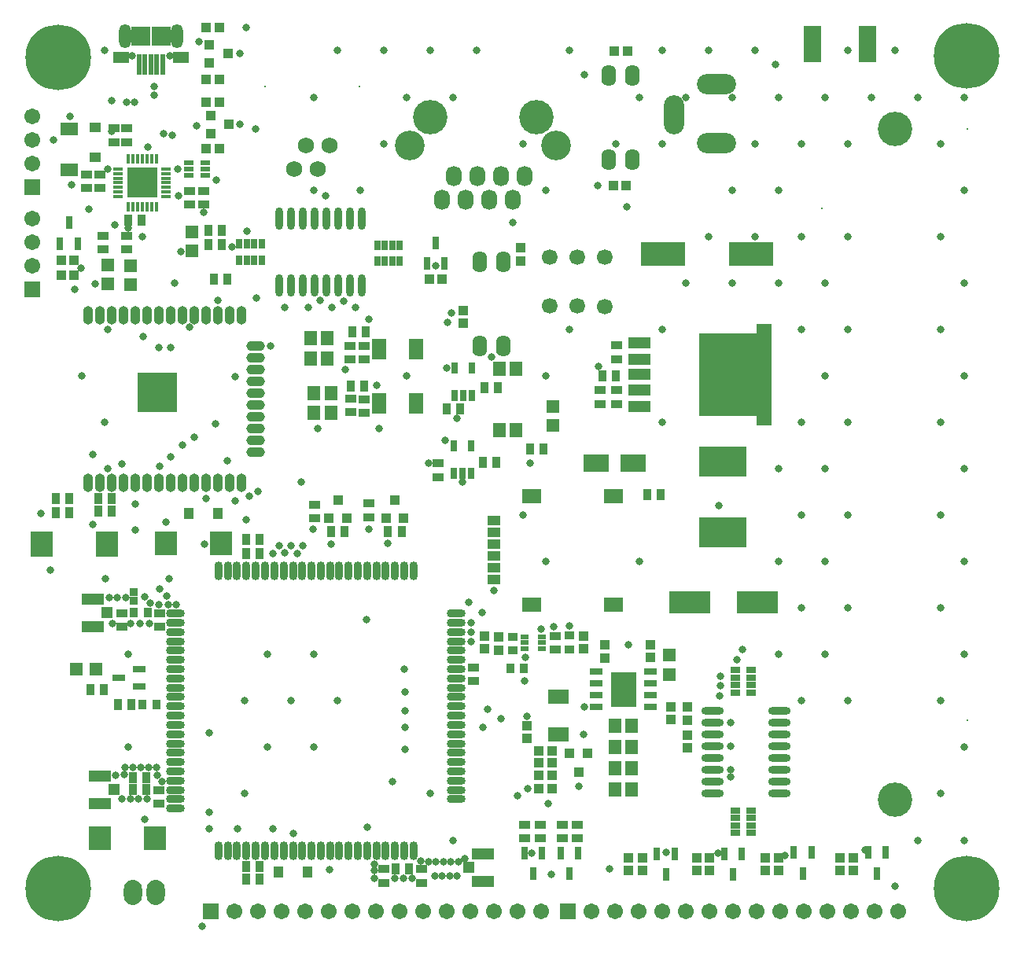
<source format=gts>
%FSTAX23Y23*%
%MOIN*%
%SFA1B1*%

%IPPOS*%
%ADD70R,0.074930X0.057210*%
%ADD71R,0.043430X0.018000*%
%ADD72R,0.018000X0.043430*%
%ADD73R,0.045400X0.043430*%
%ADD74O,0.043000X0.078000*%
%ADD75O,0.078000X0.043000*%
%ADD76R,0.165500X0.165500*%
%ADD77R,0.037530X0.047370*%
%ADD78R,0.130050X0.130050*%
%ADD79R,0.023750X0.090680*%
%ADD80R,0.067060X0.047370*%
%ADD81R,0.082800X0.082800*%
%ADD82R,0.047370X0.037530*%
%ADD83R,0.043430X0.023750*%
%ADD84R,0.025720X0.043430*%
%ADD85O,0.095830X0.031700*%
%ADD86R,0.094910X0.101540*%
%ADD87R,0.043430X0.025720*%
%ADD88R,0.029650X0.047370*%
%ADD89O,0.078870X0.035560*%
%ADD90O,0.035560X0.078870*%
%ADD91R,0.031620X0.053280*%
%ADD92R,0.043430X0.039500*%
%ADD93R,0.039500X0.043430*%
%ADD94R,0.074800X0.153540*%
%ADD95R,0.039500X0.043430*%
%ADD96R,0.043430X0.039500*%
%ADD97R,0.093040X0.050130*%
%ADD98R,0.055240X0.055240*%
%ADD99R,0.173350X0.094610*%
%ADD100R,0.063120X0.086740*%
%ADD101R,0.055240X0.063120*%
%ADD102R,0.055240X0.055240*%
%ADD103R,0.094910X0.110050*%
%ADD104R,0.106420X0.145790*%
%ADD105R,0.055240X0.031620*%
%ADD106R,0.086740X0.063120*%
%ADD107O,0.063120X0.090680*%
%ADD108R,0.043430X0.045400*%
%ADD109R,0.094610X0.049340*%
%ADD110R,0.049340X0.047370*%
%ADD111R,0.033980X0.032410*%
%ADD112R,0.035560X0.043430*%
%ADD113R,0.043430X0.035560*%
%ADD114R,0.204850X0.126110*%
%ADD115R,0.106420X0.074930*%
%ADD116R,0.191070X0.098550*%
%ADD117O,0.031700X0.095830*%
%ADD118R,0.035560X0.024540*%
%ADD119R,0.078870X0.059180*%
%ADD120R,0.055240X0.043430*%
%ADD121R,0.053280X0.031620*%
%ADD122C,0.031620*%
%ADD123O,0.051310X0.102490*%
%ADD124R,0.008000X0.008000*%
%ADD125C,0.145800*%
%ADD126C,0.278000*%
%ADD127O,0.076900X0.106420*%
%ADD128C,0.066580*%
%ADD129R,0.067060X0.067060*%
%ADD130C,0.067060*%
%ADD131O,0.165480X0.086740*%
%ADD132O,0.086740X0.165480*%
%ADD133C,0.126110*%
%ADD134O,0.067060X0.086740*%
%ADD135C,0.068000*%
%ADD136C,0.008000*%
%ADD137R,0.067060X0.067060*%
%LNesp_gsm_iot-1*%
%LPD*%
G36*
X03199Y02138D02*
X03134D01*
Y02179*
X0289*
Y0253*
X03134*
Y02571*
X03199*
Y02138*
G37*
G54D70*
X0022Y03396D03*
Y03223D03*
G54D71*
X00428Y03227D03*
X00632D03*
Y03207D03*
Y03187D03*
Y03168D03*
Y03148D03*
Y03128D03*
Y03108D03*
X00428D03*
Y03128D03*
Y03148D03*
Y03168D03*
Y03187D03*
Y03207D03*
G54D72*
X00471Y0327D03*
X0059Y03066D03*
X0057D03*
X0055D03*
X0053D03*
X00511D03*
X00491D03*
X00471D03*
X00491Y0327D03*
X00511D03*
X0053D03*
X0055D03*
X0057D03*
X0059D03*
G54D73*
X0033Y03402D03*
Y03277D03*
G54D74*
X00301Y02606D03*
X00351D03*
X00401D03*
X00451D03*
X00501D03*
X00551D03*
X00601D03*
X00651D03*
X00701D03*
X00751D03*
X00801D03*
X00851D03*
X00901D03*
X00951D03*
Y01897D03*
X00901D03*
X00851D03*
X00801D03*
X00751D03*
X00701D03*
X00651D03*
X00601D03*
X00551D03*
X00501D03*
X00451D03*
X00401D03*
X00351D03*
X00301D03*
G54D75*
X01012Y02476D03*
Y02426D03*
Y02376D03*
Y02326D03*
Y02276D03*
Y02226D03*
Y02176D03*
Y02126D03*
Y02076D03*
Y02026D03*
G54D76*
X00595Y0228D03*
G54D77*
X00471Y0301D03*
X00528D03*
X02038Y023D03*
X01981D03*
X01331Y0169D03*
X01388D03*
X01027Y01595D03*
X0097D03*
X02176Y0204D03*
X02233D03*
X01416Y02307D03*
X01473D03*
X00811Y02905D03*
X00868D03*
X00427Y00955D03*
X00484D03*
X00223Y0183D03*
X00166D03*
X00223Y0177D03*
X00166D03*
X00403Y0183D03*
X00346D03*
X0163Y0169D03*
X01573D03*
X01421Y02535D03*
X01478D03*
X01878Y0221D03*
X01821D03*
X01976Y01983D03*
X02033D03*
X00548Y00645D03*
X00491D03*
Y00595D03*
X00548D03*
X01606Y0026D03*
X01663D03*
X02481Y0235D03*
X02538D03*
X02671Y01845D03*
X02728D03*
X00346Y01775D03*
X00403D03*
X00311Y0102D03*
X00368D03*
X00971Y00215D03*
X01028D03*
X0097Y01655D03*
X01027D03*
X00971Y0027D03*
X01028D03*
X00836Y0276D03*
X00893D03*
X00811Y02965D03*
X00868D03*
G54D78*
X0053Y03168D03*
G54D79*
X00568Y03669D03*
X00593D03*
X00619D03*
X00542D03*
X00517D03*
G54D80*
X00694Y03701D03*
X00442D03*
G54D81*
X00611Y0379D03*
X00525D03*
G54D82*
X00465Y03341D03*
Y03398D03*
X0041D03*
Y03341D03*
X0079Y03076D03*
Y03133D03*
X0126Y01745D03*
Y01802D03*
X01555Y00258D03*
Y00201D03*
X01415Y02253D03*
Y02196D03*
X0147Y0225D03*
Y02193D03*
X00295Y03146D03*
Y03203D03*
X0035Y03146D03*
Y03203D03*
X00365Y02885D03*
Y02942D03*
X00465Y02885D03*
Y02942D03*
X01492Y01808D03*
Y01751D03*
X0141Y02477D03*
Y0242D03*
X0147Y02477D03*
Y0242D03*
X01785Y01978D03*
Y01921D03*
X0231Y00389D03*
Y00446D03*
X02217Y00389D03*
Y00446D03*
X02152Y00389D03*
Y00446D03*
X01715Y00201D03*
Y00258D03*
X0228Y0119D03*
Y01247D03*
X0254Y02231D03*
Y02288D03*
X0247Y02231D03*
Y02288D03*
X0254Y02421D03*
Y02478D03*
X006Y00593D03*
Y00536D03*
X00445Y01343D03*
Y01286D03*
X00605Y01343D03*
Y01286D03*
X01935Y01113D03*
Y01056D03*
X02374Y00446D03*
Y00389D03*
X0073Y03133D03*
Y03076D03*
G54D83*
X00727Y03253D03*
X00797D03*
Y03227D03*
Y03201D03*
X00727D03*
Y03227D03*
G54D84*
X0159Y02903D03*
X01622D03*
X01527D03*
X01559D03*
Y02836D03*
X01527D03*
X01622D03*
X0159D03*
X01005Y02908D03*
X01037D03*
X00942D03*
X00974D03*
Y02841D03*
X00942D03*
X01037D03*
X01005D03*
G54D85*
X02949Y0093D03*
Y0088D03*
Y0083D03*
Y0078D03*
Y0073D03*
Y0068D03*
Y0063D03*
Y0058D03*
X0323Y0093D03*
Y0088D03*
Y0083D03*
Y0078D03*
Y0073D03*
Y0068D03*
Y0063D03*
Y0058D03*
G54D86*
X00353Y0039D03*
X00586D03*
X00631Y0164D03*
X00864D03*
G54D87*
X03113Y01039D03*
Y01007D03*
Y01102D03*
Y0107D03*
X03046D03*
Y01102D03*
Y01007D03*
Y01039D03*
X03111Y00444D03*
Y00413D03*
Y00507D03*
Y00476D03*
X03044D03*
Y00507D03*
Y00413D03*
Y00444D03*
G54D88*
X01851Y01936D03*
X01889D03*
X01926D03*
Y02054D03*
X01851D03*
X01854Y02384D03*
X01929D03*
Y02265D03*
X01891D03*
X01854D03*
G54D89*
X00673Y00516D03*
Y01342D03*
X01862Y01342D03*
X00673Y00555D03*
Y00594D03*
Y00634D03*
Y00673D03*
Y00712D03*
Y00752D03*
Y00791D03*
Y00831D03*
Y0087D03*
Y00909D03*
Y00949D03*
Y00988D03*
Y01027D03*
Y01067D03*
Y01106D03*
Y01146D03*
Y01185D03*
Y01224D03*
Y01264D03*
Y01303D03*
X01862D03*
Y01264D03*
Y01224D03*
Y01185D03*
Y01146D03*
Y01106D03*
Y01067D03*
Y01027D03*
Y00988D03*
Y00949D03*
Y00909D03*
Y0087D03*
Y00831D03*
Y00791D03*
Y00752D03*
Y00712D03*
Y00673D03*
Y00634D03*
Y00594D03*
Y00555D03*
G54D90*
X01681Y01523D03*
X00855D03*
Y00335D03*
X01681D03*
X01642D03*
X01603D03*
X01563D03*
X01524D03*
X01484D03*
X01445D03*
X01406D03*
X01366D03*
X01327D03*
X01288D03*
X01248D03*
X01209D03*
X0117D03*
X0113D03*
X01091D03*
X01051D03*
X01012D03*
X00973D03*
X00933D03*
X00894D03*
Y01523D03*
X00933D03*
X00973D03*
X01012D03*
X01051D03*
X01091D03*
X0113D03*
X0117D03*
X01209D03*
X01248D03*
X01288D03*
X01327D03*
X01366D03*
X01406D03*
X01445D03*
X01484D03*
X01524D03*
X01563D03*
X01603D03*
X01642D03*
G54D91*
X02379Y00326D03*
X02305D03*
X02342Y00238D03*
X02787Y00324D03*
X02712D03*
X0275Y00235D03*
X01775Y02914D03*
X01812Y02825D03*
X01737D03*
X0333Y0024D03*
X03292Y00329D03*
X03367D03*
X03646Y0024D03*
X03608Y00329D03*
X03683D03*
X03035Y00235D03*
X02997Y00324D03*
X03072D03*
X0022Y02999D03*
X00257Y0291D03*
X00182D03*
X02224Y00326D03*
X0215D03*
X02187Y00238D03*
G54D92*
X0204Y01242D03*
Y01187D03*
X024Y01192D03*
Y01247D03*
X0198D03*
Y01192D03*
X0189Y02572D03*
Y02627D03*
X0216Y00867D03*
Y00812D03*
X02685Y01155D03*
Y0121D03*
X0277Y00892D03*
Y00947D03*
X0284Y00772D03*
Y00827D03*
X0249Y0121D03*
Y01154D03*
X0284Y0089D03*
Y00945D03*
X02135Y02837D03*
Y02892D03*
X03545Y00252D03*
Y00307D03*
X03488Y00252D03*
Y00307D03*
X03228Y00252D03*
Y00307D03*
X03172Y00252D03*
Y00307D03*
X02935Y00252D03*
Y00307D03*
X0288Y00252D03*
Y00307D03*
X0265Y00252D03*
Y00307D03*
X0259Y00252D03*
Y00307D03*
G54D93*
X0136Y01824D03*
X01397Y01745D03*
X01322D03*
X01564D03*
X01639D03*
X01601Y01824D03*
X0238Y0067D03*
X02342Y00749D03*
X02417D03*
G54D94*
X03373Y03755D03*
X03606D03*
G54D95*
X00802Y0351D03*
X00857D03*
X00802Y03313D03*
X00857D03*
Y03825D03*
X00802D03*
Y03606D03*
X00857D03*
X02267Y006D03*
X02212D03*
Y00655D03*
X02267D03*
X02212Y0076D03*
X02267D03*
X02212Y0071D03*
X02267D03*
X00242Y02775D03*
X00187D03*
X00242Y0284D03*
X00187D03*
X02582Y03155D03*
X02527D03*
X02587Y03725D03*
X02532D03*
X01802Y02761D03*
X01747D03*
G54D96*
X00815Y03752D03*
Y03677D03*
X00894Y03715D03*
X00899Y03415D03*
X0082Y03377D03*
Y03452D03*
G54D97*
X02638Y02488D03*
Y02421D03*
Y02355D03*
Y02288D03*
Y02221D03*
G54D98*
X0074Y02961D03*
Y02878D03*
X0227Y02138D03*
Y02221D03*
X0048Y02735D03*
Y02817D03*
X00385Y02738D03*
Y02821D03*
X02765Y01166D03*
Y01083D03*
G54D99*
X03138Y0139D03*
X02851D03*
G54D100*
X01536Y02232D03*
X01693D03*
X01536Y02464D03*
X01693D03*
G54D101*
X0133Y02192D03*
X01259D03*
X0133Y02277D03*
X01259D03*
X01316Y02511D03*
X01245D03*
X01315Y02422D03*
X01244D03*
X02044Y0238D03*
X02115D03*
X02044Y0212D03*
X02115D03*
X02534Y00595D03*
X02605D03*
X02534Y00685D03*
X02605D03*
X02534Y00775D03*
X02605D03*
X02535Y00865D03*
X02605D03*
G54D102*
X00253Y01105D03*
X00336D03*
G54D103*
X00383Y01635D03*
X00106D03*
G54D104*
X0257Y0102D03*
G54D105*
X02455Y00945D03*
Y00995D03*
Y01045D03*
Y01095D03*
X02684D03*
Y01045D03*
Y00995D03*
Y00945D03*
G54D106*
X02295Y00988D03*
Y00831D03*
G54D107*
X0206Y02834D03*
X0196D03*
X0206Y02475D03*
X0196D03*
X02508Y03265D03*
X02608D03*
X02508Y03624D03*
X02608D03*
G54D108*
X01107Y00245D03*
X01232D03*
X00852Y01765D03*
X00727D03*
G54D109*
X0035Y00653D03*
Y00536D03*
X01975Y00206D03*
Y00323D03*
X0032Y01286D03*
Y01403D03*
G54D110*
X0041Y00595D03*
X01914Y00265D03*
X0038Y01345D03*
G54D111*
X00495Y01434D03*
Y01395D03*
G54D112*
X02149Y0111D03*
X0209D03*
X0059Y00955D03*
X0053D03*
X00495Y01345D03*
X00554D03*
G54D113*
X021Y01244D03*
Y01185D03*
X0234Y01189D03*
Y01248D03*
G54D114*
X0299Y01687D03*
X0299Y01985D03*
G54D115*
X02613Y0198D03*
X02456D03*
G54D116*
X03112Y02865D03*
X02737D03*
G54D117*
X0146Y03015D03*
X0141D03*
X0136D03*
X0131D03*
X0126D03*
X0121D03*
X0116D03*
X0111D03*
X0146Y02734D03*
X0141D03*
X0136D03*
X0131D03*
X0126D03*
X0121D03*
X0116D03*
X0111D03*
G54D118*
X02153Y01244D03*
X02226D03*
Y01218D03*
Y01193D03*
X02153D03*
Y01218D03*
G54D119*
X02182Y0184D03*
X02528D03*
Y01379D03*
X02182D03*
G54D120*
X02021Y01735D03*
Y01685D03*
Y01635D03*
Y01585D03*
Y01535D03*
Y01485D03*
G54D121*
X00519Y01032D03*
Y01107D03*
X0043Y0107D03*
G54D122*
X00489Y03707D03*
X00647D03*
X00659Y03369D03*
X0062Y03375D03*
X0058Y0354D03*
X00582Y03577D03*
X00497Y0351D03*
X00466D03*
X004Y03515D03*
X00385Y03225D03*
X006Y0138D03*
X01995Y00935D03*
X01975Y0086D03*
X0205Y00895D03*
X004Y03385D03*
X01285Y0267D03*
X01385Y02665D03*
X01308Y03113D03*
X00974Y02962D03*
X02979Y00992D03*
X0298Y01035D03*
Y01075D03*
X0305Y01146D03*
X04015Y03531D03*
X03916Y03334D03*
X04015Y03137D03*
X03916Y0294D03*
X04015Y02744D03*
X03916Y02547D03*
X04015Y0235D03*
X03916Y02153D03*
X04015Y01956D03*
X03916Y01759D03*
X04015Y01562D03*
X03916Y01366D03*
X04015Y01169D03*
X03916Y00972D03*
X04015Y00775D03*
X03916Y00578D03*
X04015Y00381D03*
X0372Y03728D03*
X03818Y03531D03*
Y00381D03*
X0372Y00185D03*
X03523Y03728D03*
X03621Y03531D03*
X03523Y03334D03*
Y0294D03*
Y02547D03*
Y02153D03*
Y01759D03*
Y01366D03*
Y00972D03*
X03424Y03531D03*
X03326Y03334D03*
Y0294D03*
X03424Y02744D03*
X03326Y02547D03*
X03424Y0235D03*
X03326Y02153D03*
X03424Y01956D03*
X03326Y01759D03*
X03424Y01562D03*
X03326Y01366D03*
X03424Y01169D03*
X03326Y00972D03*
X03129Y03728D03*
X03227Y03531D03*
X03129Y03334D03*
X03227Y03137D03*
X03129Y0294D03*
X03227Y02744D03*
Y01956D03*
Y01562D03*
Y01169D03*
X02932Y03728D03*
X03031Y03531D03*
Y03137D03*
X02932Y0294D03*
X03031Y02744D03*
X02735Y03728D03*
X02834Y03531D03*
X02735Y03334D03*
X02834Y02744D03*
X02735Y02547D03*
Y02153D03*
X02637Y03531D03*
X02538Y03334D03*
X02637Y01562D03*
X02342Y03728D03*
Y02547D03*
X02145Y03334D03*
X02243Y03137D03*
Y0235D03*
X02145Y01759D03*
X02243Y01562D03*
X01948Y03728D03*
X01751D03*
X01849Y03531D03*
X01751Y00578D03*
X01849Y00381D03*
X01554Y03728D03*
X01653Y03531D03*
X01554Y03334D03*
X01653Y0235D03*
X01357Y03728D03*
X01456Y03137D03*
X01357Y00972D03*
X01259Y03531D03*
Y03137D03*
Y01169D03*
X0116Y00972D03*
X01259Y00775D03*
X01062Y01169D03*
X00964Y00972D03*
X01062Y00775D03*
X00964Y00578D03*
X00668Y02744D03*
X00373Y03728D03*
Y02153D03*
X00471Y01169D03*
Y00775D03*
X00275Y0235D03*
X01645Y00765D03*
Y0086D03*
Y0093D03*
Y0101D03*
X00785Y00015D03*
X0014Y01525D03*
X0063Y0173D03*
X00815Y00835D03*
X0054Y0047D03*
X00245Y02715D03*
X00271Y02807D03*
X0023Y0316D03*
X00471Y02976D03*
X00322Y02017D03*
X00385Y01955D03*
X00445Y01975D03*
X001Y01765D03*
X00375Y0149D03*
X0046Y0141D03*
X00425D03*
X0039D03*
X00405Y013D03*
X0048D03*
X0056D03*
X0052D03*
X00543Y01412D03*
X00675Y0138D03*
X0064D03*
X00565Y01385D03*
X00559Y0069D03*
X00593Y00691D03*
X00594Y00657D03*
X00491Y00691D03*
X00418Y00656D03*
X00457Y00691D03*
X00456Y00658D03*
X00445Y00555D03*
X0048D03*
X00515D03*
X00526Y00691D03*
X0055Y00555D03*
X00614Y0063D03*
X01515Y0028D03*
Y0022D03*
X01638Y00219D03*
X016Y0022D03*
X01675D03*
X01515Y00252D03*
X01899Y00304D03*
X01871Y00291D03*
X01839D03*
X01808D03*
X01776D03*
X01745D03*
X01713Y00293D03*
X01772Y00231D03*
X01803D03*
X01835D03*
X01866D03*
X01325Y00255D03*
X02265Y00235D03*
X0225Y00535D03*
X0197Y01345D03*
X01775Y02815D03*
X01015Y0268D03*
X00925Y02345D03*
X0089Y0199D03*
X01275Y02125D03*
X01865Y0217D03*
X01889Y019D03*
X01746Y01978D03*
X0201Y0243D03*
X0275Y0033D03*
X0297Y00325D03*
X03255Y00315D03*
X03595Y0034D03*
X0251Y0026D03*
X00415Y0299D03*
X0033Y0274D03*
X00935Y0043D03*
X00815Y0043D03*
X0032Y0172D03*
X0075Y0209D03*
X01205Y019D03*
X0184Y02615D03*
X01825Y02575D03*
X0157Y0164D03*
X01255Y017D03*
X01535Y02127D03*
X01815Y02075D03*
X0164Y01105D03*
X0159Y0063D03*
X0148Y01315D03*
X00695Y02875D03*
X0079Y03042D03*
X00732Y02556D03*
X0222Y01275D03*
X0228Y0119D03*
X0215Y01055D03*
X01915Y0139D03*
X02155Y01155D03*
X00555Y0332D03*
X0216Y00905D03*
X0218Y00325D03*
X0133Y01635D03*
X0212Y0057D03*
X00815Y005D03*
X01485Y00435D03*
X00795Y01635D03*
X00645Y0149D03*
X0065Y02005D03*
X0084Y02145D03*
X0139Y02375D03*
X01525Y0231D03*
X021Y03D03*
X0246Y03155D03*
X0097Y03825D03*
X0101Y03395D03*
X00944Y03415D03*
X0091Y02895D03*
X0053Y0294D03*
X00605Y01445D03*
X00635Y01415D03*
X00605Y01965D03*
X03075Y0119D03*
X01085Y0043D03*
X0117Y0041D03*
X0149Y017D03*
X02175Y0198D03*
X02405Y00945D03*
X02975Y018D03*
X02465Y0239D03*
X01212Y0163D03*
X01187Y01595D03*
X01161Y0163D03*
X0111D03*
X01136Y016D03*
X00925Y01818D03*
X01085Y01595D03*
X0097Y0174D03*
X0102Y0186D03*
X00985Y01838D03*
X02585Y03065D03*
X01075Y02475D03*
X005Y01695D03*
Y01805D03*
X02165Y006D03*
X006Y0247D03*
X00535Y02515D03*
X0065Y0247D03*
X00385Y02545D03*
X01135Y0264D03*
X01235D03*
X01335D03*
X01435D03*
X0085Y0267D03*
X0149Y0259D03*
X03215Y0367D03*
X00845Y0318D03*
X008Y0183D03*
X0234Y0129D03*
X0076Y0341D03*
X0077Y03765D03*
X00945Y03715D03*
X00305Y03055D03*
X00155Y0335D03*
X00225Y0345D03*
X007Y02055D03*
X00682Y03227D03*
X00684Y03114D03*
X0182Y02384D03*
X02405Y03625D03*
X02021Y01441D03*
X01924Y01224D03*
X02275Y01285D03*
X01925Y01303D03*
X01925Y01264D03*
X0259Y0121D03*
X024Y0083D03*
X03025Y00649D03*
Y0068D03*
Y0078D03*
X0238Y0061D03*
X03025Y0088D03*
G54D123*
X00457Y03789D03*
X00679D03*
G54D124*
X04029Y00888D03*
Y03396D03*
X0341Y03061D03*
G54D125*
X0372Y00553D03*
Y03396D03*
X022Y03446D03*
X0175D03*
G54D126*
X04025Y03705D03*
X00175Y037D03*
Y00175D03*
X04025D03*
G54D127*
X0049Y0016D03*
X00589D03*
G54D128*
X02257Y02853D03*
X02375Y02853D03*
X02493Y02853D03*
Y02644D03*
X02375Y02645D03*
X02257D03*
G54D129*
X00065Y0315D03*
Y02715D03*
G54D130*
X00065Y0325D03*
Y0335D03*
Y0345D03*
Y02815D03*
Y02915D03*
Y03015D03*
X02435Y0008D03*
X02535D03*
X02635D03*
X02735D03*
X02835D03*
X02935D03*
X03035D03*
X03135D03*
X03235D03*
X03335D03*
X03435D03*
X03535D03*
X03635D03*
X03735D03*
X0222D03*
X0212D03*
X0202D03*
X0192D03*
X0182D03*
X0172D03*
X0162D03*
X0152D03*
X0142D03*
X0132D03*
X0122D03*
X0112D03*
X0102D03*
X0092D03*
G54D131*
X02965Y03585D03*
Y03335D03*
G54D132*
X02785Y03455D03*
G54D133*
X02284Y03326D03*
X01666D03*
G54D134*
X0185Y03196D03*
X0195D03*
X0205D03*
X0215D03*
X018Y03096D03*
X019D03*
X02D03*
X021D03*
G54D135*
X01325Y03325D03*
X01225D03*
X01275Y03225D03*
X01175D03*
G54D136*
X0145Y03575D03*
X0105D03*
G54D137*
X02335Y0008D03*
X0082D03*
M02*
</source>
